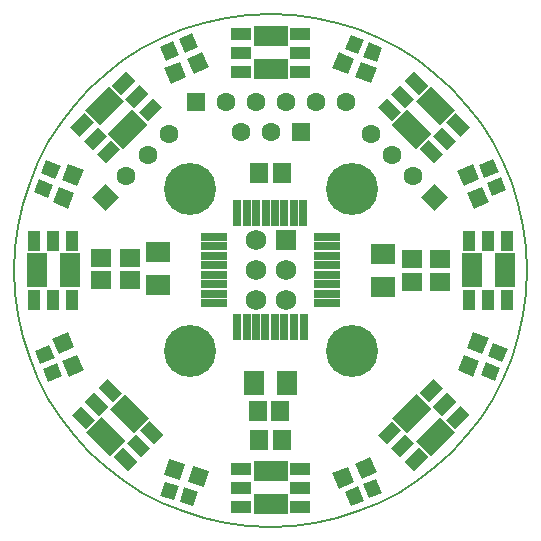
<source format=gts>
G04 (created by PCBNEW-RS274X (2012-jan-04)-stable) date Wed 09 May 2012 08:39:52 PM CEST*
G01*
G70*
G90*
%MOIN*%
G04 Gerber Fmt 3.4, Leading zero omitted, Abs format*
%FSLAX34Y34*%
G04 APERTURE LIST*
%ADD10C,0.006000*%
%ADD11C,0.008000*%
%ADD12R,0.063000X0.063000*%
%ADD13C,0.063000*%
%ADD14R,0.067100X0.043400*%
%ADD15R,0.114300X0.071000*%
%ADD16C,0.173400*%
%ADD17R,0.086700X0.025700*%
%ADD18R,0.025700X0.086700*%
%ADD19R,0.068000X0.068000*%
%ADD20C,0.068000*%
%ADD21R,0.067000X0.059100*%
%ADD22R,0.059100X0.067000*%
%ADD23R,0.078800X0.070900*%
%ADD24R,0.070900X0.078800*%
%ADD25R,0.043400X0.067100*%
%ADD26R,0.071000X0.114300*%
G04 APERTURE END LIST*
G54D10*
G54D11*
X32750Y-19300D02*
X32005Y-19333D01*
X31266Y-19430D01*
X30538Y-19592D01*
X29826Y-19816D01*
X29137Y-20102D01*
X28476Y-20446D01*
X27846Y-20847D01*
X27255Y-21301D01*
X26705Y-21805D01*
X26201Y-22355D01*
X25747Y-22946D01*
X25346Y-23576D01*
X25002Y-24237D01*
X24716Y-24926D01*
X24492Y-25638D01*
X24330Y-26366D01*
X24233Y-27105D01*
X24200Y-27850D01*
X24200Y-27850D02*
X24233Y-28595D01*
X24330Y-29334D01*
X24492Y-30062D01*
X24716Y-30774D01*
X25002Y-31463D01*
X25346Y-32124D01*
X25747Y-32754D01*
X26201Y-33345D01*
X26705Y-33895D01*
X27255Y-34399D01*
X27846Y-34853D01*
X28476Y-35254D01*
X29137Y-35598D01*
X29826Y-35884D01*
X30538Y-36108D01*
X31266Y-36270D01*
X32005Y-36367D01*
X32750Y-36400D01*
X32750Y-36400D02*
X33495Y-36367D01*
X34234Y-36270D01*
X34962Y-36108D01*
X35674Y-35884D01*
X36363Y-35598D01*
X37025Y-35254D01*
X37654Y-34853D01*
X38245Y-34399D01*
X38795Y-33895D01*
X39299Y-33345D01*
X39753Y-32754D01*
X40154Y-32124D01*
X40498Y-31463D01*
X40784Y-30774D01*
X41008Y-30062D01*
X41170Y-29334D01*
X41267Y-28595D01*
X41300Y-27850D01*
X41300Y-27850D02*
X41267Y-27105D01*
X41170Y-26366D01*
X41008Y-25638D01*
X40784Y-24926D01*
X40498Y-24237D01*
X40154Y-23576D01*
X39753Y-22946D01*
X39299Y-22355D01*
X38795Y-21805D01*
X38245Y-21301D01*
X37654Y-20847D01*
X37025Y-20446D01*
X36363Y-20102D01*
X35674Y-19816D01*
X34962Y-19592D01*
X34234Y-19430D01*
X33495Y-19333D01*
X32750Y-19300D01*
G54D12*
X33750Y-23250D03*
G54D13*
X32750Y-23250D03*
X31750Y-23250D03*
G54D10*
G36*
X37683Y-21999D02*
X37210Y-21526D01*
X37517Y-21219D01*
X37990Y-21692D01*
X37683Y-21999D01*
X37683Y-21999D01*
G37*
G36*
X37237Y-22444D02*
X36764Y-21971D01*
X37071Y-21664D01*
X37544Y-22137D01*
X37237Y-22444D01*
X37237Y-22444D01*
G37*
G36*
X36792Y-22890D02*
X36319Y-22417D01*
X36626Y-22110D01*
X37099Y-22583D01*
X36792Y-22890D01*
X36792Y-22890D01*
G37*
G36*
X38183Y-24281D02*
X37710Y-23808D01*
X38017Y-23501D01*
X38490Y-23974D01*
X38183Y-24281D01*
X38183Y-24281D01*
G37*
G36*
X38629Y-23836D02*
X38156Y-23363D01*
X38463Y-23056D01*
X38936Y-23529D01*
X38629Y-23836D01*
X38629Y-23836D01*
G37*
G36*
X39074Y-23390D02*
X38601Y-22917D01*
X38908Y-22610D01*
X39381Y-23083D01*
X39074Y-23390D01*
X39074Y-23390D01*
G37*
G36*
X37613Y-23795D02*
X36805Y-22987D01*
X37307Y-22485D01*
X38115Y-23293D01*
X37613Y-23795D01*
X37613Y-23795D01*
G37*
G36*
X38393Y-23015D02*
X37585Y-22207D01*
X38087Y-21705D01*
X38895Y-22513D01*
X38393Y-23015D01*
X38393Y-23015D01*
G37*
G54D14*
X31766Y-19970D03*
X31766Y-20600D03*
X31766Y-21230D03*
X33734Y-21230D03*
X33734Y-20600D03*
X33734Y-19970D03*
G54D15*
X32750Y-21151D03*
X32750Y-20049D03*
G54D10*
G36*
X25985Y-29908D02*
X26201Y-30416D01*
X25693Y-30632D01*
X25477Y-30124D01*
X25985Y-29908D01*
X25985Y-29908D01*
G37*
G36*
X26307Y-30668D02*
X26523Y-31176D01*
X26015Y-31392D01*
X25799Y-30884D01*
X26307Y-30668D01*
X26307Y-30668D01*
G37*
G36*
X26514Y-24514D02*
X26308Y-25026D01*
X25796Y-24820D01*
X26002Y-24308D01*
X26514Y-24514D01*
X26514Y-24514D01*
G37*
G36*
X26204Y-25280D02*
X25998Y-25792D01*
X25486Y-25586D01*
X25692Y-25074D01*
X26204Y-25280D01*
X26204Y-25280D01*
G37*
G36*
X39515Y-25792D02*
X39299Y-25284D01*
X39807Y-25068D01*
X40023Y-25576D01*
X39515Y-25792D01*
X39515Y-25792D01*
G37*
G36*
X39193Y-25032D02*
X38977Y-24524D01*
X39485Y-24308D01*
X39701Y-24816D01*
X39193Y-25032D01*
X39193Y-25032D01*
G37*
G36*
X38986Y-31186D02*
X39192Y-30674D01*
X39704Y-30880D01*
X39498Y-31392D01*
X38986Y-31186D01*
X38986Y-31186D01*
G37*
G36*
X39296Y-30420D02*
X39502Y-29908D01*
X40014Y-30114D01*
X39808Y-30626D01*
X39296Y-30420D01*
X39296Y-30420D01*
G37*
G36*
X34808Y-34615D02*
X35316Y-34399D01*
X35532Y-34907D01*
X35024Y-35123D01*
X34808Y-34615D01*
X34808Y-34615D01*
G37*
G36*
X35568Y-34293D02*
X36076Y-34077D01*
X36292Y-34585D01*
X35784Y-34801D01*
X35568Y-34293D01*
X35568Y-34293D01*
G37*
G36*
X29372Y-34134D02*
X29900Y-34296D01*
X29738Y-34824D01*
X29210Y-34662D01*
X29372Y-34134D01*
X29372Y-34134D01*
G37*
G36*
X30162Y-34376D02*
X30690Y-34538D01*
X30528Y-35066D01*
X30000Y-34904D01*
X30162Y-34376D01*
X30162Y-34376D01*
G37*
G36*
X30692Y-21085D02*
X30184Y-21301D01*
X29968Y-20793D01*
X30476Y-20577D01*
X30692Y-21085D01*
X30692Y-21085D01*
G37*
G36*
X29932Y-21407D02*
X29424Y-21623D01*
X29208Y-21115D01*
X29716Y-20899D01*
X29932Y-21407D01*
X29932Y-21407D01*
G37*
G36*
X36086Y-21614D02*
X35574Y-21408D01*
X35780Y-20896D01*
X36292Y-21102D01*
X36086Y-21614D01*
X36086Y-21614D01*
G37*
G36*
X35320Y-21304D02*
X34808Y-21098D01*
X35014Y-20586D01*
X35526Y-20792D01*
X35320Y-21304D01*
X35320Y-21304D01*
G37*
G54D16*
X35450Y-30550D03*
X35450Y-25150D03*
X30050Y-25150D03*
X30050Y-30550D03*
G54D17*
X30854Y-28943D03*
X30854Y-28628D03*
X30854Y-28313D03*
X30854Y-27998D03*
X30854Y-27683D03*
X30854Y-27368D03*
X30854Y-27053D03*
X30854Y-26738D03*
X34620Y-26740D03*
X34620Y-28950D03*
X34620Y-28630D03*
X34620Y-28310D03*
X34620Y-28000D03*
X34620Y-27680D03*
X34620Y-27370D03*
X34620Y-27050D03*
G54D18*
X31638Y-25950D03*
X31952Y-25950D03*
X32268Y-25950D03*
X32582Y-25950D03*
X32898Y-25950D03*
X33212Y-25950D03*
X33528Y-25950D03*
X33842Y-25950D03*
X31640Y-29730D03*
X31950Y-29730D03*
X32270Y-29730D03*
X32580Y-29730D03*
X32890Y-29730D03*
X33210Y-29730D03*
X33530Y-29730D03*
X33850Y-29730D03*
G54D19*
X33250Y-26850D03*
G54D20*
X32250Y-26850D03*
X33250Y-27850D03*
X32250Y-27850D03*
X33250Y-28850D03*
X32250Y-28850D03*
G54D21*
X27100Y-27426D03*
X27100Y-28174D03*
G54D22*
X32376Y-24600D03*
X33124Y-24600D03*
X32376Y-33500D03*
X33124Y-33500D03*
G54D21*
X38400Y-28224D03*
X38400Y-27476D03*
G54D22*
X32326Y-32550D03*
X33074Y-32550D03*
G54D12*
X30250Y-22250D03*
G54D13*
X31250Y-22250D03*
X32250Y-22250D03*
X33250Y-22250D03*
X34250Y-22250D03*
X35250Y-22250D03*
G54D10*
G36*
X27239Y-25856D02*
X26794Y-25411D01*
X27239Y-24966D01*
X27684Y-25411D01*
X27239Y-25856D01*
X27239Y-25856D01*
G37*
G54D13*
X27946Y-24704D03*
X28654Y-23996D03*
X29361Y-23289D03*
G54D10*
G36*
X38656Y-25411D02*
X38211Y-25856D01*
X37766Y-25411D01*
X38211Y-24966D01*
X38656Y-25411D01*
X38656Y-25411D01*
G37*
G54D13*
X37504Y-24704D03*
X36796Y-23996D03*
X36089Y-23289D03*
G54D23*
X29000Y-27249D03*
X29000Y-28351D03*
X36500Y-28401D03*
X36500Y-27299D03*
G54D21*
X28050Y-27426D03*
X28050Y-28174D03*
X37450Y-28224D03*
X37450Y-27476D03*
G54D24*
X32199Y-31600D03*
X33301Y-31600D03*
G54D14*
X33734Y-35730D03*
X33734Y-35100D03*
X33734Y-34470D03*
X31766Y-34470D03*
X31766Y-35100D03*
X31766Y-35730D03*
G54D15*
X32750Y-34549D03*
X32750Y-35651D03*
G54D10*
G36*
X38601Y-32833D02*
X39074Y-32360D01*
X39381Y-32667D01*
X38908Y-33140D01*
X38601Y-32833D01*
X38601Y-32833D01*
G37*
G36*
X38156Y-32387D02*
X38629Y-31914D01*
X38936Y-32221D01*
X38463Y-32694D01*
X38156Y-32387D01*
X38156Y-32387D01*
G37*
G36*
X37710Y-31942D02*
X38183Y-31469D01*
X38490Y-31776D01*
X38017Y-32249D01*
X37710Y-31942D01*
X37710Y-31942D01*
G37*
G36*
X36319Y-33333D02*
X36792Y-32860D01*
X37099Y-33167D01*
X36626Y-33640D01*
X36319Y-33333D01*
X36319Y-33333D01*
G37*
G36*
X36764Y-33779D02*
X37237Y-33306D01*
X37544Y-33613D01*
X37071Y-34086D01*
X36764Y-33779D01*
X36764Y-33779D01*
G37*
G36*
X37210Y-34224D02*
X37683Y-33751D01*
X37990Y-34058D01*
X37517Y-34531D01*
X37210Y-34224D01*
X37210Y-34224D01*
G37*
G36*
X36805Y-32763D02*
X37613Y-31955D01*
X38115Y-32457D01*
X37307Y-33265D01*
X36805Y-32763D01*
X36805Y-32763D01*
G37*
G36*
X37585Y-33543D02*
X38393Y-32735D01*
X38895Y-33237D01*
X38087Y-34045D01*
X37585Y-33543D01*
X37585Y-33543D01*
G37*
G54D25*
X40630Y-26866D03*
X40000Y-26866D03*
X39370Y-26866D03*
X39370Y-28834D03*
X40000Y-28834D03*
X40630Y-28834D03*
G54D26*
X39449Y-27850D03*
X40551Y-27850D03*
G54D10*
G36*
X26849Y-22917D02*
X26376Y-23390D01*
X26069Y-23083D01*
X26542Y-22610D01*
X26849Y-22917D01*
X26849Y-22917D01*
G37*
G36*
X27294Y-23363D02*
X26821Y-23836D01*
X26514Y-23529D01*
X26987Y-23056D01*
X27294Y-23363D01*
X27294Y-23363D01*
G37*
G36*
X27740Y-23808D02*
X27267Y-24281D01*
X26960Y-23974D01*
X27433Y-23501D01*
X27740Y-23808D01*
X27740Y-23808D01*
G37*
G36*
X29131Y-22417D02*
X28658Y-22890D01*
X28351Y-22583D01*
X28824Y-22110D01*
X29131Y-22417D01*
X29131Y-22417D01*
G37*
G36*
X28686Y-21971D02*
X28213Y-22444D01*
X27906Y-22137D01*
X28379Y-21664D01*
X28686Y-21971D01*
X28686Y-21971D01*
G37*
G36*
X28240Y-21526D02*
X27767Y-21999D01*
X27460Y-21692D01*
X27933Y-21219D01*
X28240Y-21526D01*
X28240Y-21526D01*
G37*
G36*
X28645Y-22987D02*
X27837Y-23795D01*
X27335Y-23293D01*
X28143Y-22485D01*
X28645Y-22987D01*
X28645Y-22987D01*
G37*
G36*
X27865Y-22207D02*
X27057Y-23015D01*
X26555Y-22513D01*
X27363Y-21705D01*
X27865Y-22207D01*
X27865Y-22207D01*
G37*
G54D25*
X24870Y-28834D03*
X25500Y-28834D03*
X26130Y-28834D03*
X26130Y-26866D03*
X25500Y-26866D03*
X24870Y-26866D03*
G54D26*
X26051Y-27850D03*
X24949Y-27850D03*
G54D10*
G36*
X27817Y-33751D02*
X28290Y-34224D01*
X27983Y-34531D01*
X27510Y-34058D01*
X27817Y-33751D01*
X27817Y-33751D01*
G37*
G36*
X28263Y-33306D02*
X28736Y-33779D01*
X28429Y-34086D01*
X27956Y-33613D01*
X28263Y-33306D01*
X28263Y-33306D01*
G37*
G36*
X28708Y-32860D02*
X29181Y-33333D01*
X28874Y-33640D01*
X28401Y-33167D01*
X28708Y-32860D01*
X28708Y-32860D01*
G37*
G36*
X27317Y-31469D02*
X27790Y-31942D01*
X27483Y-32249D01*
X27010Y-31776D01*
X27317Y-31469D01*
X27317Y-31469D01*
G37*
G36*
X26871Y-31914D02*
X27344Y-32387D01*
X27037Y-32694D01*
X26564Y-32221D01*
X26871Y-31914D01*
X26871Y-31914D01*
G37*
G36*
X26426Y-32360D02*
X26899Y-32833D01*
X26592Y-33140D01*
X26119Y-32667D01*
X26426Y-32360D01*
X26426Y-32360D01*
G37*
G36*
X27887Y-31955D02*
X28695Y-32763D01*
X28193Y-33265D01*
X27385Y-32457D01*
X27887Y-31955D01*
X27887Y-31955D01*
G37*
G36*
X27107Y-32735D02*
X27915Y-33543D01*
X27413Y-34045D01*
X26605Y-33237D01*
X27107Y-32735D01*
X27107Y-32735D01*
G37*
G36*
X35426Y-35709D02*
X35226Y-35238D01*
X35660Y-35053D01*
X35860Y-35524D01*
X35426Y-35709D01*
X35426Y-35709D01*
G37*
G36*
X36040Y-35447D02*
X35840Y-34976D01*
X36274Y-34791D01*
X36474Y-35262D01*
X36040Y-35447D01*
X36040Y-35447D01*
G37*
G36*
X40224Y-31525D02*
X39749Y-31333D01*
X39926Y-30895D01*
X40401Y-31087D01*
X40224Y-31525D01*
X40224Y-31525D01*
G37*
G36*
X40474Y-30905D02*
X39999Y-30713D01*
X40176Y-30275D01*
X40651Y-30467D01*
X40474Y-30905D01*
X40474Y-30905D01*
G37*
G36*
X40609Y-25174D02*
X40138Y-25374D01*
X39953Y-24940D01*
X40424Y-24740D01*
X40609Y-25174D01*
X40609Y-25174D01*
G37*
G36*
X40347Y-24560D02*
X39876Y-24760D01*
X39691Y-24326D01*
X40162Y-24126D01*
X40347Y-24560D01*
X40347Y-24560D01*
G37*
G36*
X36475Y-20426D02*
X36283Y-20901D01*
X35845Y-20724D01*
X36037Y-20249D01*
X36475Y-20426D01*
X36475Y-20426D01*
G37*
G36*
X35855Y-20176D02*
X35663Y-20651D01*
X35225Y-20474D01*
X35417Y-19999D01*
X35855Y-20176D01*
X35855Y-20176D01*
G37*
G36*
X30124Y-19941D02*
X30324Y-20412D01*
X29890Y-20597D01*
X29690Y-20126D01*
X30124Y-19941D01*
X30124Y-19941D01*
G37*
G36*
X29510Y-20203D02*
X29710Y-20674D01*
X29276Y-20859D01*
X29076Y-20388D01*
X29510Y-20203D01*
X29510Y-20203D01*
G37*
G36*
X25276Y-24175D02*
X25751Y-24367D01*
X25574Y-24805D01*
X25099Y-24613D01*
X25276Y-24175D01*
X25276Y-24175D01*
G37*
G36*
X25026Y-24795D02*
X25501Y-24987D01*
X25324Y-25425D01*
X24849Y-25233D01*
X25026Y-24795D01*
X25026Y-24795D01*
G37*
G36*
X24891Y-30526D02*
X25362Y-30326D01*
X25547Y-30760D01*
X25076Y-30960D01*
X24891Y-30526D01*
X24891Y-30526D01*
G37*
G36*
X25153Y-31140D02*
X25624Y-30940D01*
X25809Y-31374D01*
X25338Y-31574D01*
X25153Y-31140D01*
X25153Y-31140D01*
G37*
G36*
X29080Y-35378D02*
X29230Y-34888D01*
X29682Y-35026D01*
X29532Y-35516D01*
X29080Y-35378D01*
X29080Y-35378D01*
G37*
G36*
X29718Y-35574D02*
X29868Y-35084D01*
X30320Y-35222D01*
X30170Y-35712D01*
X29718Y-35574D01*
X29718Y-35574D01*
G37*
M02*

</source>
